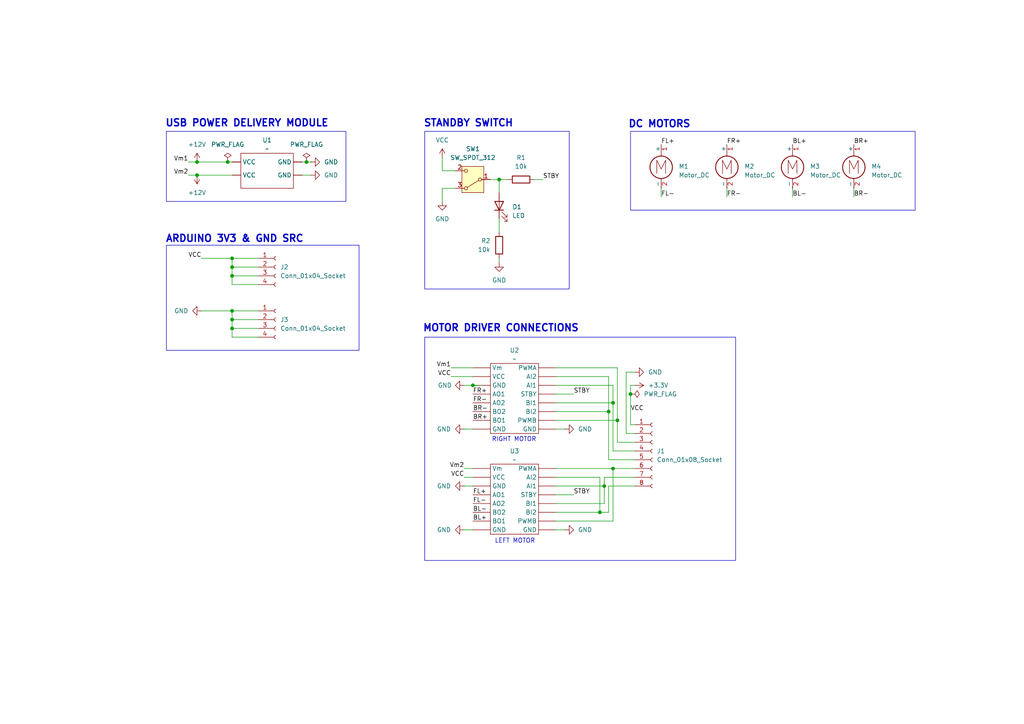
<source format=kicad_sch>
(kicad_sch (version 20231120) (generator "eeschema") (generator_version "8.0")
  (paper "A4")
  (lib_symbols
    (symbol "Breakout_tb6612FNG_1"
      (property "Reference" "U" (at 0 0 0))
      (symbol "Breakout_tb6612FNG_1_0_1"
        (rectangle (start -6.35 -2.54) (end 7.62 -22.86))
      )
      (symbol "Breakout_tb6612FNG_1_1_0"
        (pin input line (at 12.7 -8.89 180) (length 5.08) (name "AI1") (number ""))
        (pin input line (at 12.7 -6.35 180) (length 5.08) (name "AI2") (number ""))
        (pin output line (at -11.43 -11.43 0) (length 5.08) (name "AO1") (number ""))
        (pin output line (at -11.43 -13.97 0) (length 5.08) (name "AO2") (number ""))
        (pin input line (at 12.7 -13.97 180) (length 5.08) (name "BI1") (number ""))
        (pin input line (at 12.7 -16.51 180) (length 5.08) (name "BI2") (number ""))
        (pin output line (at -11.43 -19.05 0) (length 5.08) (name "BO1") (number ""))
        (pin output line (at -11.43 -16.51 0) (length 5.08) (name "BO2") (number ""))
        (pin power_in line (at -11.43 -21.59 0) (length 5.08) (name "GND") (number ""))
        (pin power_in line (at -11.43 -8.89 0) (length 5.08) (name "GND") (number ""))
        (pin power_in line (at 12.7 -21.59 180) (length 5.08) (name "GND") (number ""))
        (pin input line (at 12.7 -3.81 180) (length 5.08) (name "PWMA") (number ""))
        (pin input line (at 12.7 -19.05 180) (length 5.08) (name "PWMB") (number ""))
        (pin input line (at 12.7 -11.43 180) (length 5.08) (name "STBY") (number ""))
        (pin power_in line (at -11.43 -6.35 0) (length 5.08) (name "VCC") (number ""))
        (pin power_in line (at -11.43 -3.81 0) (length 5.08) (name "Vm") (number ""))
      )
    )
    (symbol "Connector:Conn_01x04_Socket" (pin_names (offset 1.016) hide)
      (property "Reference" "J" (at 0 5.08 0))
      (property "Value" "Conn_01x04_Socket" (at 0 -7.62 0))
      (symbol "Conn_01x04_Socket_1_1"
        (arc (start 0 -4.572) (mid -0.5058 -5.08) (end 0 -5.588) (stroke (width 0.1524)))
        (arc (start 0 -2.032) (mid -0.5058 -2.54) (end 0 -3.048) (stroke (width 0.1524)))
        (polyline (pts (xy -1.27 -5.08) (xy -0.508 -5.08)) (stroke (width 0.1524)))
        (polyline (pts (xy -1.27 -2.54) (xy -0.508 -2.54)) (stroke (width 0.1524)))
        (polyline (pts (xy -1.27 0) (xy -0.508 0)) (stroke (width 0.1524)))
        (polyline (pts (xy -1.27 2.54) (xy -0.508 2.54)) (stroke (width 0.1524)))
        (arc (start 0 0.508) (mid -0.5058 0) (end 0 -0.508) (stroke (width 0.1524)))
        (arc (start 0 3.048) (mid -0.5058 2.54) (end 0 2.032) (stroke (width 0.1524)))
        (pin passive line (at -5.08 2.54 0) (length 3.81) (name "Pin_1") (number "1"))
        (pin passive line (at -5.08 0 0) (length 3.81) (name "Pin_2") (number "2"))
        (pin passive line (at -5.08 -2.54 0) (length 3.81) (name "Pin_3") (number "3"))
        (pin passive line (at -5.08 -5.08 0) (length 3.81) (name "Pin_4") (number "4"))
      )
    )
    (symbol "Connector:Conn_01x08_Socket" (pin_names (offset 1.016) hide)
      (property "Reference" "J" (at 0 10.16 0))
      (property "Value" "Conn_01x08_Socket" (at 0 -12.7 0))
      (symbol "Conn_01x08_Socket_1_1"
        (arc (start 0 -9.652) (mid -0.5058 -10.16) (end 0 -10.668) (stroke (width 0.1524)))
        (arc (start 0 -7.112) (mid -0.5058 -7.62) (end 0 -8.128) (stroke (width 0.1524)))
        (arc (start 0 -4.572) (mid -0.5058 -5.08) (end 0 -5.588) (stroke (width 0.1524)))
        (arc (start 0 -2.032) (mid -0.5058 -2.54) (end 0 -3.048) (stroke (width 0.1524)))
        (polyline (pts (xy -1.27 -10.16) (xy -0.508 -10.16)) (stroke (width 0.1524)))
        (polyline (pts (xy -1.27 -7.62) (xy -0.508 -7.62)) (stroke (width 0.1524)))
        (polyline (pts (xy -1.27 -5.08) (xy -0.508 -5.08)) (stroke (width 0.1524)))
        (polyline (pts (xy -1.27 -2.54) (xy -0.508 -2.54)) (stroke (width 0.1524)))
        (polyline (pts (xy -1.27 0) (xy -0.508 0)) (stroke (width 0.1524)))
        (polyline (pts (xy -1.27 2.54) (xy -0.508 2.54)) (stroke (width 0.1524)))
        (polyline (pts (xy -1.27 5.08) (xy -0.508 5.08)) (stroke (width 0.1524)))
        (polyline (pts (xy -1.27 7.62) (xy -0.508 7.62)) (stroke (width 0.1524)))
        (arc (start 0 0.508) (mid -0.5058 0) (end 0 -0.508) (stroke (width 0.1524)))
        (arc (start 0 3.048) (mid -0.5058 2.54) (end 0 2.032) (stroke (width 0.1524)))
        (arc (start 0 5.588) (mid -0.5058 5.08) (end 0 4.572) (stroke (width 0.1524)))
        (arc (start 0 8.128) (mid -0.5058 7.62) (end 0 7.112) (stroke (width 0.1524)))
        (pin passive line (at -5.08 7.62 0) (length 3.81) (name "Pin_1") (number "1"))
        (pin passive line (at -5.08 5.08 0) (length 3.81) (name "Pin_2") (number "2"))
        (pin passive line (at -5.08 2.54 0) (length 3.81) (name "Pin_3") (number "3"))
        (pin passive line (at -5.08 0 0) (length 3.81) (name "Pin_4") (number "4"))
        (pin passive line (at -5.08 -2.54 0) (length 3.81) (name "Pin_5") (number "5"))
        (pin passive line (at -5.08 -5.08 0) (length 3.81) (name "Pin_6") (number "6"))
        (pin passive line (at -5.08 -7.62 0) (length 3.81) (name "Pin_7") (number "7"))
        (pin passive line (at -5.08 -10.16 0) (length 3.81) (name "Pin_8") (number "8"))
      )
    )
    (symbol "Device:LED" (pin_numbers hide) (pin_names (offset 1.016) hide)
      (property "Reference" "D" (at 0 2.54 0))
      (property "Value" "LED" (at 0 -2.54 0))
      (symbol "LED_0_1"
        (polyline (pts (xy -1.27 -1.27) (xy -1.27 1.27)) (stroke (width 0.254)))
        (polyline (pts (xy -1.27 0) (xy 1.27 0)))
        (polyline (pts (xy 1.27 -1.27) (xy 1.27 1.27) (xy -1.27 0) (xy 1.27 -1.27)) (stroke (width 0.254)))
        (polyline (pts (xy -3.048 -0.762) (xy -4.572 -2.286) (xy -3.81 -2.286) (xy -4.572 -2.286) (xy -4.572 -1.524)))
        (polyline (pts (xy -1.778 -0.762) (xy -3.302 -2.286) (xy -2.54 -2.286) (xy -3.302 -2.286) (xy -3.302 -1.524)))
      )
      (symbol "LED_1_1"
        (pin passive line (at -3.81 0 0) (length 2.54) (name "K") (number "1"))
        (pin passive line (at 3.81 0 180) (length 2.54) (name "A") (number "2"))
      )
    )
    (symbol "Device:R" (pin_numbers hide) (pin_names (offset 0))
      (property "Reference" "R" (at 2.032 0 90))
      (property "Value" "R" (at 0 0 90))
      (symbol "R_0_1"
        (rectangle (start -1.016 -2.54) (end 1.016 2.54) (stroke (width 0.254)))
      )
      (symbol "R_1_1"
        (pin passive line (at 0 3.81 270) (length 1.27) (name "~") (number "1"))
        (pin passive line (at 0 -3.81 90) (length 1.27) (name "~") (number "2"))
      )
    )
    (symbol "Motor:Motor_DC" (pin_names (offset 0))
      (property "Reference" "M" (at 2.54 2.54 0))
      (property "Value" "Motor_DC" (at 2.54 -5.08 0))
      (symbol "Motor_DC_0_0"
        (polyline (pts (xy -1.27 -3.302) (xy -1.27 0.508) (xy 0 -2.032) (xy 1.27 0.508) (xy 1.27 -3.302)))
      )
      (symbol "Motor_DC_0_1"
        (circle (center 0 -1.524) (radius 3.2512) (stroke (width 0.254)))
        (polyline (pts (xy 0 -7.62) (xy 0 -7.112)))
        (polyline (pts (xy 0 -4.7752) (xy 0 -5.1816)))
        (polyline (pts (xy 0 1.7272) (xy 0 2.0828)))
        (polyline (pts (xy 0 2.032) (xy 0 2.54)))
      )
      (symbol "Motor_DC_1_1"
        (pin passive line (at 0 5.08 270) (length 2.54) (name "+") (number "1"))
        (pin passive line (at 0 -7.62 90) (length 2.54) (name "-") (number "2"))
      )
    )
    (symbol "PD_Module_1"
      (property "Reference" "U" (at 0 0 0))
      (symbol "PD_Module_1_0_1"
        (rectangle (start -7.62 -2.54) (end 7.62 -12.7))
      )
      (symbol "PD_Module_1_1_1"
        (pin power_in line (at 10.16 -8.89 180) (length 2.54) (name "GND") (number ""))
        (pin power_in line (at 10.16 -5.08 180) (length 2.54) (name "GND") (number ""))
        (pin power_in line (at -10.16 -8.89 0) (length 2.54) (name "VCC") (number ""))
        (pin power_in line (at -10.16 -5.08 0) (length 2.54) (name "VCC") (number ""))
      )
    )
    (symbol "Switch:SW_SPDT_312" (pin_names (offset 1) hide)
      (property "Reference" "SW" (at 0 5.08 0))
      (property "Value" "SW_SPDT_312" (at 0 -5.08 0))
      (symbol "SW_SPDT_312_0_1"
        (circle (center -2.032 0) (radius 0.4572))
        (polyline (pts (xy -1.651 0.254) (xy 1.651 2.286)))
        (circle (center 2.032 -2.54) (radius 0.4572))
        (circle (center 2.032 2.54) (radius 0.4572))
      )
      (symbol "SW_SPDT_312_1_1"
        (rectangle (start -3.175 3.81) (end 3.175 -3.81) (fill (type background)))
        (pin passive line (at -5.08 0 0) (length 2.54) (name "B") (number "1"))
        (pin passive line (at 5.08 -2.54 180) (length 2.54) (name "C") (number "2"))
        (pin passive line (at 5.08 2.54 180) (length 2.54) (name "A") (number "3"))
      )
    )
    (symbol "power:+12V" (power) (pin_numbers hide) (pin_names (offset 0) hide)
      (property "Value" "+12V" (at 0 3.556 0))
      (symbol "+12V_0_1"
        (polyline (pts (xy -0.762 1.27) (xy 0 2.54)))
        (polyline (pts (xy 0 0) (xy 0 2.54)))
        (polyline (pts (xy 0 2.54) (xy 0.762 1.27)))
      )
      (symbol "+12V_1_1"
        (pin power_in line (at 0 0 90) (length 0) (name "~") (number "1"))
      )
    )
    (symbol "power:+3.3V" (power) (pin_numbers hide) (pin_names (offset 0) hide)
      (property "Value" "+3.3V" (at 0 3.556 0))
      (symbol "+3.3V_0_1"
        (polyline (pts (xy -0.762 1.27) (xy 0 2.54)))
        (polyline (pts (xy 0 0) (xy 0 2.54)))
        (polyline (pts (xy 0 2.54) (xy 0.762 1.27)))
      )
      (symbol "+3.3V_1_1"
        (pin power_in line (at 0 0 90) (length 0) (name "~") (number "1"))
      )
    )
    (symbol "power:GND" (power) (pin_numbers hide) (pin_names (offset 0) hide)
      (property "Value" "GND" (at 0 -3.81 0))
      (symbol "GND_0_1"
        (polyline (pts (xy 0 0) (xy 0 -1.27) (xy 1.27 -1.27) (xy 0 -2.54) (xy -1.27 -1.27) (xy 0 -1.27)))
      )
      (symbol "GND_1_1"
        (pin power_in line (at 0 0 270) (length 0) (name "~") (number "1"))
      )
    )
    (symbol "power:PWR_FLAG" (power) (pin_numbers hide) (pin_names (offset 0) hide)
      (property "Value" "PWR_FLAG" (at 0 3.81 0))
      (symbol "PWR_FLAG_0_0"
        (pin power_out line (at 0 0 90) (length 0) (name "~") (number "1"))
      )
      (symbol "PWR_FLAG_0_1"
        (polyline (pts (xy 0 0) (xy 0 1.27) (xy -1.016 1.905) (xy 0 2.54) (xy 1.016 1.905) (xy 0 1.27)))
      )
    )
    (symbol "power:VCC" (power) (pin_numbers hide) (pin_names (offset 0) hide)
      (property "Value" "VCC" (at 0 3.556 0))
      (symbol "VCC_0_1"
        (polyline (pts (xy -0.762 1.27) (xy 0 2.54)))
        (polyline (pts (xy 0 0) (xy 0 2.54)))
        (polyline (pts (xy 0 2.54) (xy 0.762 1.27)))
      )
      (symbol "VCC_1_1"
        (pin power_in line (at 0 0 90) (length 0) (name "~") (number "1"))
      )
    )
  )
  (junction (at 173.99 148.59))
  (junction (at 137.16 111.76))
  (junction (at 67.31 74.93))
  (junction (at 66.04 46.99))
  (junction (at 175.26 140.97))
  (junction (at 88.9 46.99))
  (junction (at 177.8 135.89))
  (junction (at 67.31 77.47))
  (junction (at 67.31 90.17))
  (junction (at 182.88 114.3))
  (junction (at 67.31 80.01))
  (junction (at 176.53 119.38))
  (junction (at 177.8 116.84))
  (junction (at 179.07 121.92))
  (junction (at 144.78 52.07))
  (junction (at 67.31 95.25))
  (junction (at 67.31 92.71))
  (junction (at 57.15 46.99))
  (junction (at 57.15 50.8))
  (wire (pts (xy 58.42 90.17) (xy 67.31 90.17)))
  (wire (pts (xy 177.8 135.89) (xy 177.8 151.13)))
  (wire (pts (xy 161.29 116.84) (xy 177.8 116.84)))
  (wire (pts (xy 67.31 90.17) (xy 67.31 92.71)))
  (wire (pts (xy 87.63 46.99) (xy 88.9 46.99)))
  (wire (pts (xy 134.62 111.76) (xy 137.16 111.76)))
  (wire (pts (xy 177.8 135.89) (xy 184.15 135.89)))
  (wire (pts (xy 57.15 50.8) (xy 67.31 50.8)))
  (wire (pts (xy 182.88 123.19) (xy 182.88 114.3)))
  (wire (pts (xy 144.78 52.07) (xy 147.32 52.07)))
  (wire (pts (xy 88.9 46.99) (xy 90.17 46.99)))
  (wire (pts (xy 67.31 80.01) (xy 74.93 80.01)))
  (wire (pts (xy 176.53 109.22) (xy 161.29 109.22)))
  (wire (pts (xy 176.53 133.35) (xy 176.53 119.38)))
  (wire (pts (xy 139.7 111.76) (xy 137.16 111.76)))
  (wire (pts (xy 177.8 116.84) (xy 177.8 111.76)))
  (wire (pts (xy 67.31 77.47) (xy 74.93 77.47)))
  (wire (pts (xy 134.62 140.97) (xy 137.16 140.97)))
  (wire (pts (xy 176.53 119.38) (xy 161.29 119.38)))
  (wire (pts (xy 54.61 46.99) (xy 57.15 46.99)))
  (wire (pts (xy 184.15 130.81) (xy 177.8 130.81)))
  (wire (pts (xy 67.31 95.25) (xy 67.31 97.79)))
  (wire (pts (xy 67.31 74.93) (xy 74.93 74.93)))
  (wire (pts (xy 247.65 54.61) (xy 247.65 57.15)))
  (wire (pts (xy 181.61 107.95) (xy 184.15 107.95)))
  (wire (pts (xy 177.8 151.13) (xy 161.29 151.13)))
  (wire (pts (xy 67.31 82.55) (xy 74.93 82.55)))
  (wire (pts (xy 229.87 54.61) (xy 229.87 57.15)))
  (wire (pts (xy 175.26 138.43) (xy 175.26 140.97)))
  (wire (pts (xy 66.04 46.99) (xy 67.31 46.99)))
  (wire (pts (xy 173.99 148.59) (xy 161.29 148.59)))
  (wire (pts (xy 144.78 74.93) (xy 144.78 76.2)))
  (wire (pts (xy 130.81 109.22) (xy 137.16 109.22)))
  (wire (pts (xy 182.88 114.3) (xy 182.88 111.76)))
  (wire (pts (xy 161.29 135.89) (xy 177.8 135.89)))
  (wire (pts (xy 144.78 52.07) (xy 144.78 55.88)))
  (wire (pts (xy 67.31 77.47) (xy 67.31 80.01)))
  (wire (pts (xy 184.15 123.19) (xy 182.88 123.19)))
  (wire (pts (xy 67.31 92.71) (xy 74.93 92.71)))
  (wire (pts (xy 161.29 121.92) (xy 179.07 121.92)))
  (wire (pts (xy 134.62 138.43) (xy 137.16 138.43)))
  (wire (pts (xy 191.77 54.61) (xy 191.77 57.15)))
  (wire (pts (xy 175.26 146.05) (xy 161.29 146.05)))
  (wire (pts (xy 142.24 52.07) (xy 144.78 52.07)))
  (wire (pts (xy 57.15 46.99) (xy 66.04 46.99)))
  (wire (pts (xy 181.61 125.73) (xy 181.61 107.95)))
  (wire (pts (xy 67.31 97.79) (xy 74.93 97.79)))
  (wire (pts (xy 161.29 143.51) (xy 166.37 143.51)))
  (wire (pts (xy 67.31 95.25) (xy 74.93 95.25)))
  (wire (pts (xy 67.31 90.17) (xy 74.93 90.17)))
  (wire (pts (xy 67.31 74.93) (xy 67.31 77.47)))
  (wire (pts (xy 184.15 133.35) (xy 176.53 133.35)))
  (wire (pts (xy 161.29 124.46) (xy 163.83 124.46)))
  (wire (pts (xy 154.94 52.07) (xy 157.48 52.07)))
  (wire (pts (xy 161.29 153.67) (xy 163.83 153.67)))
  (wire (pts (xy 67.31 80.01) (xy 67.31 82.55)))
  (wire (pts (xy 132.08 54.61) (xy 128.27 54.61)))
  (wire (pts (xy 54.61 50.8) (xy 57.15 50.8)))
  (wire (pts (xy 173.99 138.43) (xy 173.99 148.59)))
  (wire (pts (xy 134.62 153.67) (xy 137.16 153.67)))
  (wire (pts (xy 184.15 128.27) (xy 179.07 128.27)))
  (wire (pts (xy 161.29 140.97) (xy 175.26 140.97)))
  (wire (pts (xy 130.81 106.68) (xy 137.16 106.68)))
  (wire (pts (xy 58.42 74.93) (xy 67.31 74.93)))
  (wire (pts (xy 175.26 140.97) (xy 175.26 146.05)))
  (wire (pts (xy 176.53 148.59) (xy 173.99 148.59)))
  (wire (pts (xy 179.07 106.68) (xy 161.29 106.68)))
  (wire (pts (xy 184.15 140.97) (xy 176.53 140.97)))
  (wire (pts (xy 161.29 114.3) (xy 166.37 114.3)))
  (wire (pts (xy 134.62 124.46) (xy 137.16 124.46)))
  (wire (pts (xy 134.62 135.89) (xy 137.16 135.89)))
  (wire (pts (xy 176.53 119.38) (xy 176.53 109.22)))
  (wire (pts (xy 181.61 125.73) (xy 184.15 125.73)))
  (wire (pts (xy 128.27 54.61) (xy 128.27 58.42)))
  (wire (pts (xy 128.27 49.53) (xy 132.08 49.53)))
  (wire (pts (xy 67.31 92.71) (xy 67.31 95.25)))
  (wire (pts (xy 176.53 140.97) (xy 176.53 148.59)))
  (wire (pts (xy 161.29 138.43) (xy 173.99 138.43)))
  (wire (pts (xy 179.07 121.92) (xy 179.07 106.68)))
  (wire (pts (xy 144.78 63.5) (xy 144.78 67.31)))
  (wire (pts (xy 182.88 111.76) (xy 184.15 111.76)))
  (wire (pts (xy 161.29 111.76) (xy 177.8 111.76)))
  (wire (pts (xy 210.82 54.61) (xy 210.82 57.15)))
  (wire (pts (xy 184.15 138.43) (xy 175.26 138.43)))
  (wire (pts (xy 179.07 128.27) (xy 179.07 121.92)))
  (wire (pts (xy 128.27 45.72) (xy 128.27 49.53)))
  (wire (pts (xy 177.8 130.81) (xy 177.8 116.84)))
  (wire (pts (xy 87.63 50.8) (xy 90.17 50.8)))
  (rectangle (start 48.26 71.12) (end 104.14 101.6))
  (rectangle (start 48.26 38.1) (end 100.33 58.42))
  (rectangle (start 182.88 38.1) (end 265.43 60.96))
  (rectangle (start 123.19 38.1) (end 165.1 83.82))
  (rectangle (start 123.19 97.79) (end 213.36 162.56))
  (text "LEFT MOTOR\n" (at 149.352 156.972 0) (effects (font (size 1.27 1.27))))
  (text "DC MOTORS" (at 191.262 36.068 0) (effects (font (size 2.032 2.032) (thickness 0.4064) (bold yes))))
  (text "RIGHT MOTOR" (at 149.098 127.508 0) (effects (font (size 1.27 1.27))))
  (text "USB POWER DELIVERY MODULE" (at 71.628 35.814 0) (effects (font (size 2.032 2.032) (thickness 0.4064) (bold yes))))
  (text "STANDBY SWITCH" (at 135.89 35.814 0) (effects (font (size 2.032 2.032) (thickness 0.4064) (bold yes))))
  (text "MOTOR DRIVER CONNECTIONS" (at 145.288 95.25 0) (effects (font (size 2.032 2.032) (thickness 0.4064) (bold yes))))
  (text "ARDUINO 3V3 & GND SRC" (at 68.072 69.342 0) (effects (font (size 2.032 2.032) (thickness 0.4064) (bold yes))))
  (label "BL-" (at 229.87 57.15 0))
  (label "STBY" (at 166.37 114.3 0))
  (label "FL-" (at 137.16 146.05 0))
  (label "BL+" (at 137.16 151.13 0))
  (label "STBY" (at 157.48 52.07 0))
  (label "BR+" (at 247.65 41.91 0))
  (label "FR+" (at 210.82 41.91 0))
  (label "BR-" (at 137.16 119.38 0))
  (label "FL-" (at 191.77 57.15 0))
  (label "FR-" (at 137.16 116.84 0))
  (label "VCC" (at 58.42 74.93 180))
  (label "STBY" (at 166.37 143.51 0))
  (label "VCC" (at 130.81 109.22 180))
  (label "Vm2" (at 54.61 50.8 180))
  (label "BL+" (at 229.87 41.91 0))
  (label "BL-" (at 137.16 148.59 0))
  (label "FL+" (at 191.77 41.91 0))
  (label "BR+" (at 137.16 121.92 0))
  (label "FR-" (at 210.82 57.15 0))
  (label "VCC" (at 134.62 138.43 180))
  (label "Vm1" (at 130.81 106.68 180))
  (label "FL+" (at 137.16 143.51 0))
  (label "Vm2" (at 134.62 135.89 180))
  (label "VCC" (at 182.88 119.38 0))
  (label "Vm1" (at 54.61 46.99 180))
  (label "BR-" (at 247.65 57.15 0))
  (label "FR+" (at 137.16 114.3 0))
  (symbol (lib_name "PD_Module_1") (lib_id "Custom_Lib:PD_Module") (at 77.47 41.91 0) (unit 1)
    (property "Reference" "U1" (at 77.47 40.64 0))
    (property "Value" "~" (at 77.47 43.18 0))
    (property "Footprint" "custom_lib:PD Module" (effects (hide yes)))
  )
  (symbol (lib_id "power:+12V") (at 57.15 46.99 0) (unit 1)
    (property "Reference" "#PWR03" (effects (hide yes)))
    (property "Value" "+12V" (at 57.15 41.91 0))
    (property "Description" "Power symbol creates a global label with name \"+12V\"" (effects (hide yes)))
  )
  (symbol (lib_name "Breakout_tb6612FNG_1") (lib_id "Custom_Lib:Breakout_tb6612FNG") (at 148.59 102.87 0) (unit 1)
    (property "Reference" "U2" (at 149.225 101.6 0))
    (property "Value" "~" (at 149.225 104.14 0))
    (property "Footprint" "custom_lib:TB_breakout_motor_driver" (effects (hide yes)))
  )
  (symbol (lib_id "power:GND") (at 134.62 140.97 270) (unit 1)
    (property "Reference" "#PWR08" (effects (hide yes)))
    (property "Value" "GND" (at 130.81 140.9699 90) (effects (justify right)))
    (property "Description" "Power symbol creates a global label with name \"GND\" , ground" (effects (hide yes)))
  )
  (symbol (lib_id "power:GND") (at 128.27 58.42 0) (unit 1)
    (property "Reference" "#PWR016" (effects (hide yes)))
    (property "Value" "GND" (at 128.27 63.5 0))
    (property "Description" "Power symbol creates a global label with name \"GND\" , ground" (effects (hide yes)))
  )
  (symbol (lib_id "power:GND") (at 58.42 90.17 270) (unit 1)
    (property "Reference" "#PWR015" (effects (hide yes)))
    (property "Value" "GND" (at 54.61 90.1699 90) (effects (justify right)))
    (property "Description" "Power symbol creates a global label with name \"GND\" , ground" (effects (hide yes)))
  )
  (symbol (lib_name "Breakout_tb6612FNG_1") (lib_id "Custom_Lib:Breakout_tb6612FNG") (at 148.59 132.08 0) (unit 1)
    (property "Reference" "U3" (at 149.225 130.81 0))
    (property "Value" "~" (at 149.225 133.35 0))
    (property "Footprint" "custom_lib:TB_breakout_motor_driver" (effects (hide yes)))
  )
  (symbol (lib_id "Device:R") (at 151.13 52.07 90) (unit 1)
    (property "Reference" "R1" (at 151.13 45.72 90))
    (property "Value" "10k" (at 151.13 48.26 90))
    (property "Footprint" "Resistor_THT:R_Axial_DIN0204_L3.6mm_D1.6mm_P5.08mm_Horizontal" (effects (hide yes)))
    (property "Description" "Resistor" (effects (hide yes)))
  )
  (symbol (lib_id "Connector:Conn_01x04_Socket") (at 80.01 92.71 0) (unit 1) (in_bom no)
    (property "Reference" "J3" (at 81.28 92.7099 0) (effects (justify left)))
    (property "Value" "Conn_01x04_Socket" (at 81.28 95.2499 0) (effects (justify left)))
    (property "Footprint" "Connector_PinSocket_2.54mm:PinSocket_1x04_P2.54mm_Vertical" (effects (hide yes)))
    (property "Description" "Generic connector, single row, 01x04, script generated" (effects (hide yes)))
  )
  (symbol (lib_id "Connector:Conn_01x04_Socket") (at 80.01 77.47 0) (unit 1)
    (property "Reference" "J2" (at 81.28 77.4699 0) (effects (justify left)))
    (property "Value" "Conn_01x04_Socket" (at 81.28 80.0099 0) (effects (justify left)))
    (property "Footprint" "Connector_PinSocket_2.54mm:PinSocket_1x04_P2.54mm_Vertical" (effects (hide yes)))
    (property "Description" "Generic connector, single row, 01x04, script generated" (effects (hide yes)))
  )
  (symbol (lib_id "power:PWR_FLAG") (at 88.9 46.99 0) (unit 1)
    (property "Reference" "#FLG01" (effects (hide yes)))
    (property "Value" "PWR_FLAG" (at 88.9 41.91 0))
    (property "Description" "Special symbol for telling ERC where power comes from" (effects (hide yes)))
  )
  (symbol (lib_id "power:+12V") (at 57.15 50.8 180) (unit 1)
    (property "Reference" "#PWR04" (effects (hide yes)))
    (property "Value" "+12V" (at 57.15 55.88 0))
    (property "Description" "Power symbol creates a global label with name \"+12V\"" (effects (hide yes)))
  )
  (symbol (lib_id "power:GND") (at 134.62 153.67 270) (unit 1)
    (property "Reference" "#PWR07" (effects (hide yes)))
    (property "Value" "GND" (at 130.81 153.6699 90) (effects (justify right)))
    (property "Description" "Power symbol creates a global label with name \"GND\" , ground" (effects (hide yes)))
  )
  (symbol (lib_id "power:GND") (at 90.17 50.8 90) (unit 1)
    (property "Reference" "#PWR02" (effects (hide yes)))
    (property "Value" "GND" (at 93.98 50.7999 90) (effects (justify right)))
    (property "Description" "Power symbol creates a global label with name \"GND\" , ground" (effects (hide yes)))
  )
  (symbol (lib_id "power:PWR_FLAG") (at 182.88 114.3 270) (unit 1)
    (property "Reference" "#FLG03" (effects (hide yes)))
    (property "Value" "PWR_FLAG" (at 186.69 114.2999 90) (effects (justify left)))
    (property "Description" "Special symbol for telling ERC where power comes from" (effects (hide yes)))
  )
  (symbol (lib_id "Connector:Conn_01x08_Socket") (at 189.23 130.81 0) (unit 1)
    (property "Reference" "J1" (at 190.5 130.8099 0) (effects (justify left)))
    (property "Value" "Conn_01x08_Socket" (at 190.5 133.3499 0) (effects (justify left)))
    (property "Footprint" "Connector_PinSocket_2.54mm:PinSocket_1x08_P2.54mm_Vertical" (effects (hide yes)))
    (property "Description" "Generic connector, single row, 01x08, script generated" (effects (hide yes)))
  )
  (symbol (lib_id "power:GND") (at 134.62 124.46 270) (unit 1)
    (property "Reference" "#PWR010" (effects (hide yes)))
    (property "Value" "GND" (at 130.81 124.4599 90) (effects (justify right)))
    (property "Description" "Power symbol creates a global label with name \"GND\" , ground" (effects (hide yes)))
  )
  (symbol (lib_id "Motor:Motor_DC") (at 210.82 46.99 0) (unit 1)
    (property "Reference" "M2" (at 215.9 48.2599 0) (effects (justify left)))
    (property "Value" "Motor_DC" (at 215.9 50.7999 0) (effects (justify left)))
    (property "Footprint" "TerminalBlock:TerminalBlock_Xinya_XY308-2.54-2P_1x02_P2.54mm_Horizontal" (effects (hide yes)))
    (property "Description" "DC Motor" (effects (hide yes)))
  )
  (symbol (lib_id "power:GND") (at 163.83 124.46 90) (unit 1)
    (property "Reference" "#PWR09" (effects (hide yes)))
    (property "Value" "GND" (at 167.64 124.4599 90) (effects (justify right)))
    (property "Description" "Power symbol creates a global label with name \"GND\" , ground" (effects (hide yes)))
  )
  (symbol (lib_id "power:GND") (at 163.83 153.67 90) (unit 1)
    (property "Reference" "#PWR06" (effects (hide yes)))
    (property "Value" "GND" (at 167.64 153.6699 90) (effects (justify right)))
    (property "Description" "Power symbol creates a global label with name \"GND\" , ground" (effects (hide yes)))
  )
  (symbol (lib_id "Device:LED") (at 144.78 59.69 90) (unit 1)
    (property "Reference" "D1" (at 148.59 60.0074 90) (effects (justify right)))
    (property "Value" "LED" (at 148.59 62.5474 90) (effects (justify right)))
    (property "Footprint" "LED_THT:LED_D3.0mm" (effects (hide yes)))
    (property "Description" "Light emitting diode" (effects (hide yes)))
  )
  (symbol (lib_id "power:GND") (at 144.78 76.2 0) (unit 1)
    (property "Reference" "#PWR013" (effects (hide yes)))
    (property "Value" "GND" (at 144.78 81.28 0))
    (property "Description" "Power symbol creates a global label with name \"GND\" , ground" (effects (hide yes)))
  )
  (symbol (lib_id "power:PWR_FLAG") (at 66.04 46.99 0) (unit 1)
    (property "Reference" "#FLG02" (effects (hide yes)))
    (property "Value" "PWR_FLAG" (at 66.04 41.91 0))
    (property "Description" "Special symbol for telling ERC where power comes from" (effects (hide yes)))
  )
  (symbol (lib_id "power:VCC") (at 128.27 45.72 0) (unit 1)
    (property "Reference" "#PWR012" (effects (hide yes)))
    (property "Value" "VCC" (at 128.27 40.64 0))
    (property "Description" "Power symbol creates a global label with name \"VCC\"" (effects (hide yes)))
  )
  (symbol (lib_id "power:+3.3V") (at 184.15 111.76 270) (unit 1)
    (property "Reference" "#PWR05" (effects (hide yes)))
    (property "Value" "+3.3V" (at 187.96 111.7599 90) (effects (justify left)))
    (property "Description" "Power symbol creates a global label with name \"+3.3V\"" (effects (hide yes)))
  )
  (symbol (lib_id "power:GND") (at 134.62 111.76 270) (unit 1)
    (property "Reference" "#PWR011" (effects (hide yes)))
    (property "Value" "GND" (at 131.064 111.76 90) (effects (justify right)))
    (property "Description" "Power symbol creates a global label with name \"GND\" , ground" (effects (hide yes)))
  )
  (symbol (lib_id "Switch:SW_SPDT_312") (at 137.16 52.07 180) (unit 1)
    (property "Reference" "SW1" (at 137.16 43.18 0))
    (property "Value" "SW_SPDT_312" (at 137.16 45.72 0))
    (property "Footprint" "Button_Switch_THT:SW_Slide_SPDT_Straight_CK_OS102011MS2Q" (effects (hide yes)))
    (property "Description" "Switch, single pole double throw" (effects (hide yes)))
  )
  (symbol (lib_id "power:GND") (at 90.17 46.99 90) (unit 1)
    (property "Reference" "#PWR01" (effects (hide yes)))
    (property "Value" "GND" (at 93.98 46.9899 90) (effects (justify right)))
    (property "Description" "Power symbol creates a global label with name \"GND\" , ground" (effects (hide yes)))
  )
  (symbol (lib_id "Motor:Motor_DC") (at 247.65 46.99 0) (unit 1)
    (property "Reference" "M4" (at 252.73 48.2599 0) (effects (justify left)))
    (property "Value" "Motor_DC" (at 252.73 50.7999 0) (effects (justify left)))
    (property "Footprint" "TerminalBlock:TerminalBlock_Xinya_XY308-2.54-2P_1x02_P2.54mm_Horizontal" (effects (hide yes)))
    (property "Description" "DC Motor" (effects (hide yes)))
  )
  (symbol (lib_id "Motor:Motor_DC") (at 229.87 46.99 0) (unit 1)
    (property "Reference" "M3" (at 234.95 48.2599 0) (effects (justify left)))
    (property "Value" "Motor_DC" (at 234.95 50.7999 0) (effects (justify left)))
    (property "Footprint" "TerminalBlock:TerminalBlock_Xinya_XY308-2.54-2P_1x02_P2.54mm_Horizontal" (effects (hide yes)))
    (property "Description" "DC Motor" (effects (hide yes)))
  )
  (symbol (lib_id "Device:R") (at 144.78 71.12 0) (mirror x) (unit 1)
    (property "Reference" "R2" (at 142.24 69.8499 0) (effects (justify right)))
    (property "Value" "10k" (at 142.24 72.3899 0) (effects (justify right)))
    (property "Footprint" "Resistor_THT:R_Axial_DIN0204_L3.6mm_D1.6mm_P5.08mm_Horizontal" (effects (hide yes)))
    (property "Description" "Resistor" (effects (hide yes)))
  )
  (symbol (lib_id "Motor:Motor_DC") (at 191.77 46.99 0) (unit 1)
    (property "Reference" "M1" (at 196.85 48.2599 0) (effects (justify left)))
    (property "Value" "Motor_DC" (at 196.85 50.7999 0) (effects (justify left)))
    (property "Footprint" "TerminalBlock:TerminalBlock_Xinya_XY308-2.54-2P_1x02_P2.54mm_Horizontal" (effects (hide yes)))
    (property "Description" "DC Motor" (effects (hide yes)))
  )
  (symbol (lib_id "power:GND") (at 184.15 107.95 90) (unit 1)
    (property "Reference" "#PWR014" (effects (hide yes)))
    (property "Value" "GND" (at 187.96 107.9499 90) (effects (justify right)))
    (property "Description" "Power symbol creates a global label with name \"GND\" , ground" (effects (hide yes)))
  )
)
</source>
